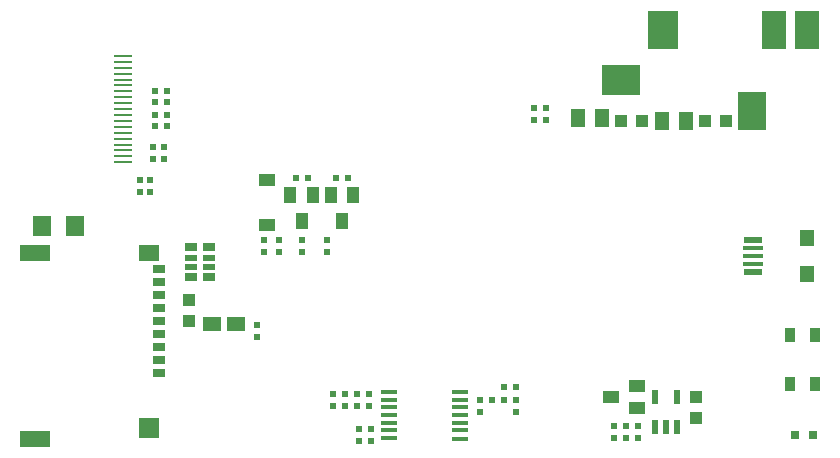
<source format=gbr>
%TF.GenerationSoftware,KiCad,Pcbnew,5.1.0-rc2-unknown-036be7d~80~ubuntu16.04.1*%
%TF.CreationDate,2022-03-09T08:52:48+02:00*%
%TF.ProjectId,RP2040-PICO-PC_rev_C,52503230-3430-42d5-9049-434f2d50435f,C*%
%TF.SameCoordinates,Original*%
%TF.FileFunction,Paste,Top*%
%TF.FilePolarity,Positive*%
%FSLAX46Y46*%
G04 Gerber Fmt 4.6, Leading zero omitted, Abs format (unit mm)*
G04 Created by KiCad (PCBNEW 5.1.0-rc2-unknown-036be7d~80~ubuntu16.04.1) date 2022-03-09 08:52:48*
%MOMM*%
%LPD*%
G04 APERTURE LIST*
%ADD10R,1.400000X1.000000*%
%ADD11R,2.600000X1.400000*%
%ADD12R,1.800000X1.800000*%
%ADD13R,1.800000X1.400000*%
%ADD14R,1.100000X0.700000*%
%ADD15R,0.550000X0.500000*%
%ADD16R,1.000000X1.400000*%
%ADD17R,0.550000X1.200000*%
%ADD18R,1.270000X1.524000*%
%ADD19R,0.500000X0.550000*%
%ADD20R,2.000000X3.200000*%
%ADD21R,2.600000X3.200000*%
%ADD22R,2.400000X3.200000*%
%ADD23R,3.200000X2.600000*%
%ADD24R,1.016000X1.016000*%
%ADD25R,1.600000X1.800000*%
%ADD26R,0.800000X0.800000*%
%ADD27R,1.650000X0.500000*%
%ADD28R,1.721120X0.396120*%
%ADD29R,1.254000X1.354000*%
%ADD30R,1.400000X0.325000*%
%ADD31R,1.524000X1.270000*%
%ADD32R,1.016000X0.508000*%
%ADD33R,1.016000X0.762000*%
%ADD34R,1.580000X0.230000*%
%ADD35R,0.904000X1.304000*%
G04 APERTURE END LIST*
D10*
%TO.C,FET1*%
X174081440Y-135315960D03*
X174081440Y-133413500D03*
X171871640Y-134368540D03*
%TD*%
D11*
%TO.C,MICRO_SD1*%
X123135000Y-122198000D03*
X123135000Y-137898000D03*
D12*
X132735000Y-136998000D03*
D13*
X132735000Y-122198000D03*
D14*
X133615000Y-123498000D03*
X133615000Y-124598000D03*
X133615000Y-125698000D03*
X133615000Y-126798000D03*
X133615000Y-127898000D03*
X133615000Y-128998000D03*
X133615000Y-130098000D03*
X133615000Y-131198000D03*
X133615000Y-132298000D03*
%TD*%
D15*
%TO.C,R12*%
X133096000Y-113157000D03*
X133096000Y-114173000D03*
%TD*%
%TO.C,R25*%
X142494000Y-121031000D03*
X142494000Y-122047000D03*
%TD*%
D16*
%TO.C,FET2*%
X146618960Y-117256560D03*
X144716500Y-117256560D03*
X145671540Y-119466360D03*
%TD*%
D15*
%TO.C,R19*%
X150368000Y-134112000D03*
X150368000Y-135128000D03*
%TD*%
%TO.C,R22*%
X151384000Y-135128000D03*
X151384000Y-134112000D03*
%TD*%
D17*
%TO.C,U1*%
X175580000Y-136936000D03*
X176530000Y-136936000D03*
X177480000Y-136936000D03*
X175580000Y-134336000D03*
X177480000Y-134336000D03*
%TD*%
D18*
%TO.C,C7*%
X176149000Y-110998000D03*
X178181000Y-110998000D03*
%TD*%
%TO.C,C3*%
X169037000Y-110744000D03*
X171069000Y-110744000D03*
%TD*%
D19*
%TO.C,R28*%
X149606000Y-115824000D03*
X148590000Y-115824000D03*
%TD*%
%TO.C,R26*%
X146177000Y-115824000D03*
X145161000Y-115824000D03*
%TD*%
D15*
%TO.C,R6*%
X143764000Y-122047000D03*
X143764000Y-121031000D03*
%TD*%
D16*
%TO.C,FET3*%
X150047960Y-117256560D03*
X148145500Y-117256560D03*
X149100540Y-119466360D03*
%TD*%
D20*
%TO.C,AUDIO_JACK_1*%
X188483000Y-103280000D03*
D21*
X176283000Y-103280000D03*
D22*
X183783000Y-110180000D03*
D23*
X172683000Y-107480000D03*
D20*
X185683000Y-103280000D03*
%TD*%
D15*
%TO.C,R3*%
X147828000Y-121031000D03*
X147828000Y-122047000D03*
%TD*%
%TO.C,R2*%
X145669000Y-121031000D03*
X145669000Y-122047000D03*
%TD*%
%TO.C,R7*%
X132842000Y-115951000D03*
X132842000Y-116967000D03*
%TD*%
D19*
%TO.C,R13*%
X133223000Y-111379000D03*
X134239000Y-111379000D03*
%TD*%
%TO.C,R10*%
X133223000Y-108458000D03*
X134239000Y-108458000D03*
%TD*%
D15*
%TO.C,R11*%
X131953000Y-115951000D03*
X131953000Y-116967000D03*
%TD*%
D19*
%TO.C,R9*%
X133223000Y-110490000D03*
X134239000Y-110490000D03*
%TD*%
D15*
%TO.C,R8*%
X133985000Y-113157000D03*
X133985000Y-114173000D03*
%TD*%
D19*
%TO.C,R14*%
X133223000Y-109347000D03*
X134239000Y-109347000D03*
%TD*%
D24*
%TO.C,C1*%
X136144000Y-127889000D03*
X136144000Y-126111000D03*
%TD*%
D25*
%TO.C,FUSE1*%
X123695000Y-119888000D03*
X126495000Y-119888000D03*
%TD*%
D24*
%TO.C,C2*%
X179070000Y-134366000D03*
X179070000Y-136144000D03*
%TD*%
D26*
%TO.C,LED1*%
X188976000Y-137541000D03*
X187452000Y-137541000D03*
%TD*%
D15*
%TO.C,R1*%
X172085000Y-137795000D03*
X172085000Y-136779000D03*
%TD*%
%TO.C,R4*%
X174117000Y-137795000D03*
X174117000Y-136779000D03*
%TD*%
%TO.C,R5*%
X173101000Y-136779000D03*
X173101000Y-137795000D03*
%TD*%
D27*
%TO.C,USB1*%
X183921000Y-123815500D03*
D28*
X183921000Y-123078000D03*
X183921000Y-122428000D03*
X183921000Y-121778000D03*
D27*
X183921000Y-121040500D03*
D29*
X188471000Y-123928000D03*
X188471000Y-120928000D03*
%TD*%
D15*
%TO.C,C4*%
X163830000Y-134620000D03*
X163830000Y-135636000D03*
%TD*%
%TO.C,C5*%
X151511000Y-137033000D03*
X151511000Y-138049000D03*
%TD*%
%TO.C,C6*%
X149352000Y-135128000D03*
X149352000Y-134112000D03*
%TD*%
D24*
%TO.C,R16*%
X172720000Y-110998000D03*
X174498000Y-110998000D03*
%TD*%
D19*
%TO.C,R17*%
X163830000Y-133477000D03*
X162814000Y-133477000D03*
%TD*%
%TO.C,R18*%
X161798000Y-134620000D03*
X162814000Y-134620000D03*
%TD*%
D15*
%TO.C,R20*%
X148336000Y-135128000D03*
X148336000Y-134112000D03*
%TD*%
D24*
%TO.C,R21*%
X181610000Y-110998000D03*
X179832000Y-110998000D03*
%TD*%
D15*
%TO.C,R23*%
X160782000Y-135636000D03*
X160782000Y-134620000D03*
%TD*%
%TO.C,R24*%
X150495000Y-137033000D03*
X150495000Y-138049000D03*
%TD*%
D19*
%TO.C,R15*%
X165354000Y-109855000D03*
X166370000Y-109855000D03*
%TD*%
%TO.C,R27*%
X166370000Y-110871000D03*
X165354000Y-110871000D03*
%TD*%
D30*
%TO.C,U3*%
X153083000Y-137840000D03*
X153083000Y-137190000D03*
X153083000Y-136540000D03*
X153083000Y-135890000D03*
X153083000Y-135240000D03*
X153083000Y-134590000D03*
X153083000Y-133940000D03*
X159083000Y-133940000D03*
X159083000Y-134590000D03*
X159083000Y-135240000D03*
X159083000Y-135890000D03*
X159083000Y-136540000D03*
X159083000Y-137190000D03*
X159083000Y-137890000D03*
%TD*%
D10*
%TO.C,D1*%
X142748000Y-115956000D03*
X142748000Y-119756000D03*
%TD*%
D31*
%TO.C,L1*%
X140081000Y-128143000D03*
X138049000Y-128143000D03*
%TD*%
D15*
%TO.C,R29*%
X141859000Y-128270000D03*
X141859000Y-129286000D03*
%TD*%
D32*
%TO.C,RM1*%
X137795000Y-122555000D03*
X137795000Y-123317000D03*
X136271000Y-122555000D03*
X136271000Y-123317000D03*
D33*
X137795000Y-121666000D03*
X136271000Y-121666000D03*
X137795000Y-124206000D03*
X136271000Y-124206000D03*
%TD*%
D34*
%TO.C,HDMI1*%
X130518000Y-105482000D03*
X130518000Y-105982000D03*
X130518000Y-106482000D03*
X130518000Y-106982000D03*
X130518000Y-107482000D03*
X130518000Y-107982000D03*
X130518000Y-108482000D03*
X130518000Y-108982000D03*
X130518000Y-109482000D03*
X130518000Y-109982000D03*
X130518000Y-110482000D03*
X130518000Y-110982000D03*
X130518000Y-111482000D03*
X130518000Y-111982000D03*
X130518000Y-112482000D03*
X130518000Y-112982000D03*
X130518000Y-113482000D03*
X130518000Y-113982000D03*
X130518000Y-114482000D03*
%TD*%
D35*
%TO.C,RST1*%
X189162000Y-129116000D03*
X189162000Y-133266000D03*
X187012000Y-129116000D03*
X187012000Y-133266000D03*
%TD*%
M02*

</source>
